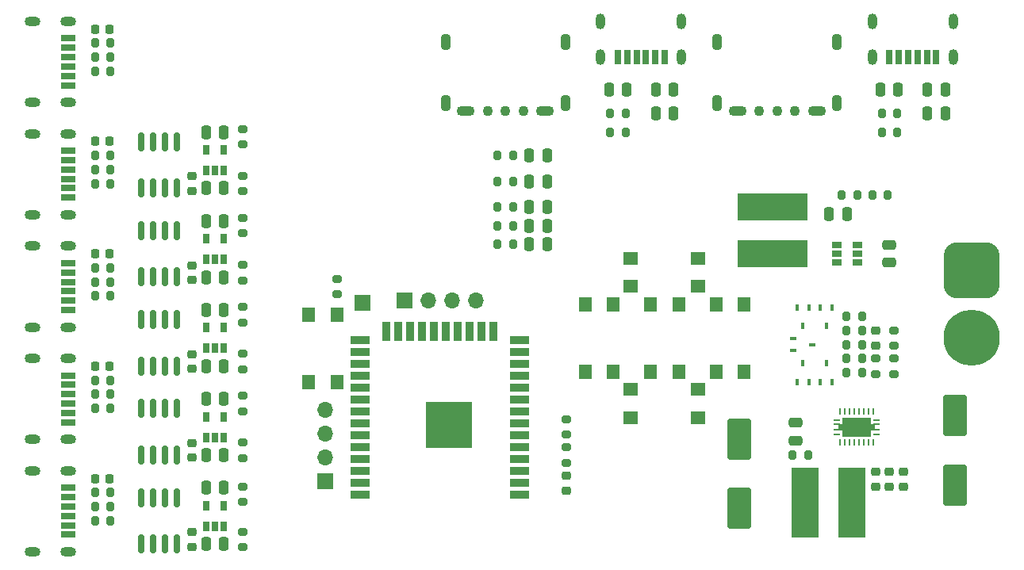
<source format=gbr>
%TF.GenerationSoftware,KiCad,Pcbnew,(5.99.0-10506-gb986797469)*%
%TF.CreationDate,2021-11-30T23:31:34+01:00*%
%TF.ProjectId,Power_Over_Regular_Normal_HUB,506f7765-725f-44f7-9665-725f52656775,rev?*%
%TF.SameCoordinates,Original*%
%TF.FileFunction,Soldermask,Top*%
%TF.FilePolarity,Negative*%
%FSLAX46Y46*%
G04 Gerber Fmt 4.6, Leading zero omitted, Abs format (unit mm)*
G04 Created by KiCad (PCBNEW (5.99.0-10506-gb986797469)) date 2021-11-30 23:31:34*
%MOMM*%
%LPD*%
G01*
G04 APERTURE LIST*
G04 Aperture macros list*
%AMRoundRect*
0 Rectangle with rounded corners*
0 $1 Rounding radius*
0 $2 $3 $4 $5 $6 $7 $8 $9 X,Y pos of 4 corners*
0 Add a 4 corners polygon primitive as box body*
4,1,4,$2,$3,$4,$5,$6,$7,$8,$9,$2,$3,0*
0 Add four circle primitives for the rounded corners*
1,1,$1+$1,$2,$3*
1,1,$1+$1,$4,$5*
1,1,$1+$1,$6,$7*
1,1,$1+$1,$8,$9*
0 Add four rect primitives between the rounded corners*
20,1,$1+$1,$2,$3,$4,$5,0*
20,1,$1+$1,$4,$5,$6,$7,0*
20,1,$1+$1,$6,$7,$8,$9,0*
20,1,$1+$1,$8,$9,$2,$3,0*%
%AMFreePoly0*
4,1,13,0.375000,1.525000,1.025000,1.525000,1.025000,-1.525000,0.375000,-1.525000,0.375000,-1.925000,-0.375000,-1.925000,-0.375000,-1.525000,-1.025000,-1.525000,-1.025000,1.525000,-0.375000,1.525000,-0.375000,1.925000,0.375000,1.925000,0.375000,1.525000,0.375000,1.525000,$1*%
G04 Aperture macros list end*
%ADD10RoundRect,0.200000X-0.275000X0.200000X-0.275000X-0.200000X0.275000X-0.200000X0.275000X0.200000X0*%
%ADD11RoundRect,0.200000X-0.200000X-0.275000X0.200000X-0.275000X0.200000X0.275000X-0.200000X0.275000X0*%
%ADD12RoundRect,0.250000X-0.250000X-0.475000X0.250000X-0.475000X0.250000X0.475000X-0.250000X0.475000X0*%
%ADD13R,0.650000X1.060000*%
%ADD14RoundRect,0.225000X-0.225000X-0.250000X0.225000X-0.250000X0.225000X0.250000X-0.225000X0.250000X0*%
%ADD15R,0.700000X1.600000*%
%ADD16R,0.800000X1.600000*%
%ADD17O,1.000000X1.700000*%
%ADD18R,1.400000X1.600000*%
%ADD19RoundRect,0.225000X-0.250000X0.225000X-0.250000X-0.225000X0.250000X-0.225000X0.250000X0.225000X0*%
%ADD20RoundRect,0.200000X0.200000X0.275000X-0.200000X0.275000X-0.200000X-0.275000X0.200000X-0.275000X0*%
%ADD21R,3.000000X7.500000*%
%ADD22R,1.060000X0.650000*%
%ADD23R,1.600000X1.400000*%
%ADD24RoundRect,0.250000X0.475000X-0.250000X0.475000X0.250000X-0.475000X0.250000X-0.475000X-0.250000X0*%
%ADD25RoundRect,0.250000X1.000000X-1.950000X1.000000X1.950000X-1.000000X1.950000X-1.000000X-1.950000X0*%
%ADD26RoundRect,0.250000X0.250000X0.475000X-0.250000X0.475000X-0.250000X-0.475000X0.250000X-0.475000X0*%
%ADD27RoundRect,0.150000X-0.150000X0.825000X-0.150000X-0.825000X0.150000X-0.825000X0.150000X0.825000X0*%
%ADD28R,0.700000X0.450000*%
%ADD29O,1.900000X1.100000*%
%ADD30C,1.100000*%
%ADD31O,1.100000X1.800000*%
%ADD32RoundRect,0.200000X0.275000X-0.200000X0.275000X0.200000X-0.275000X0.200000X-0.275000X-0.200000X0*%
%ADD33R,1.700000X1.700000*%
%ADD34R,0.450000X0.700000*%
%ADD35O,1.700000X1.700000*%
%ADD36RoundRect,0.225000X0.250000X-0.225000X0.250000X0.225000X-0.250000X0.225000X-0.250000X-0.225000X0*%
%ADD37R,1.600000X0.700000*%
%ADD38R,1.600000X0.800000*%
%ADD39O,1.700000X1.000000*%
%ADD40R,7.500000X3.000000*%
%ADD41RoundRect,0.050400X0.249600X-0.069600X0.249600X0.069600X-0.249600X0.069600X-0.249600X-0.069600X0*%
%ADD42RoundRect,0.050400X0.069600X-0.249600X0.069600X0.249600X-0.069600X0.249600X-0.069600X-0.249600X0*%
%ADD43RoundRect,0.050000X0.250000X-0.050000X0.250000X0.050000X-0.250000X0.050000X-0.250000X-0.050000X0*%
%ADD44FreePoly0,90.000000*%
%ADD45RoundRect,0.250000X-0.475000X0.250000X-0.475000X-0.250000X0.475000X-0.250000X0.475000X0.250000X0*%
%ADD46R,2.000000X0.900000*%
%ADD47R,0.900000X2.000000*%
%ADD48R,5.000000X5.000000*%
%ADD49RoundRect,0.250000X-1.000000X1.950000X-1.000000X-1.950000X1.000000X-1.950000X1.000000X1.950000X0*%
%ADD50RoundRect,1.500000X-1.500000X1.500000X-1.500000X-1.500000X1.500000X-1.500000X1.500000X1.500000X0*%
%ADD51C,6.000000*%
G04 APERTURE END LIST*
D10*
%TO.C,R25*%
X87000000Y-99675000D03*
X87000000Y-101325000D03*
%TD*%
D11*
%TO.C,R12*%
X114175000Y-79500000D03*
X115825000Y-79500000D03*
%TD*%
D12*
%TO.C,C7*%
X83050000Y-77500000D03*
X84950000Y-77500000D03*
%TD*%
D13*
%TO.C,U6*%
X83050000Y-94600000D03*
X84000000Y-94600000D03*
X84950000Y-94600000D03*
X84950000Y-92400000D03*
X83050000Y-92400000D03*
%TD*%
%TO.C,U9*%
X83050000Y-104100000D03*
X84000000Y-104100000D03*
X84950000Y-104100000D03*
X84950000Y-101900000D03*
X83050000Y-101900000D03*
%TD*%
D14*
%TO.C,D4*%
X71225000Y-96500000D03*
X72775000Y-96500000D03*
%TD*%
D15*
%TO.C,P4*%
X159000000Y-63500000D03*
D16*
X157000000Y-63500000D03*
X156000000Y-63500000D03*
D15*
X158000000Y-63500000D03*
D16*
X160000000Y-63500000D03*
X161000000Y-63500000D03*
D17*
X154180000Y-59700000D03*
X162820000Y-59700000D03*
X162820000Y-63500000D03*
X154180000Y-63500000D03*
%TD*%
D18*
%TO.C,SW1*%
X97000000Y-98200000D03*
X97000000Y-91000000D03*
X94000000Y-98200000D03*
X94000000Y-91000000D03*
%TD*%
D19*
%TO.C,C27*%
X157500000Y-107795000D03*
X157500000Y-109345000D03*
%TD*%
D11*
%TO.C,R45*%
X151425000Y-91205000D03*
X153075000Y-91205000D03*
%TD*%
D10*
%TO.C,R16*%
X121500000Y-105175000D03*
X121500000Y-106825000D03*
%TD*%
D20*
%TO.C,R47*%
X127825000Y-71500000D03*
X126175000Y-71500000D03*
%TD*%
D21*
%TO.C,L2*%
X147000000Y-111070000D03*
X152000000Y-111070000D03*
%TD*%
D10*
%TO.C,R22*%
X87000000Y-71175000D03*
X87000000Y-72825000D03*
%TD*%
D22*
%TO.C,U7*%
X150400000Y-83550000D03*
X150400000Y-84500000D03*
X150400000Y-85450000D03*
X152600000Y-85450000D03*
X152600000Y-84500000D03*
X152600000Y-83550000D03*
%TD*%
D19*
%TO.C,C29*%
X81500000Y-76225000D03*
X81500000Y-77775000D03*
%TD*%
%TO.C,C31*%
X81500000Y-95225000D03*
X81500000Y-96775000D03*
%TD*%
D23*
%TO.C,SW5*%
X135600000Y-85000000D03*
X128400000Y-85000000D03*
X135600000Y-88000000D03*
X128400000Y-88000000D03*
%TD*%
D19*
%TO.C,C33*%
X81500000Y-114225000D03*
X81500000Y-115775000D03*
%TD*%
D10*
%TO.C,R28*%
X87000000Y-104675000D03*
X87000000Y-106325000D03*
%TD*%
D24*
%TO.C,C12*%
X156000000Y-85450000D03*
X156000000Y-83550000D03*
%TD*%
D11*
%TO.C,R44*%
X151425000Y-92705000D03*
X153075000Y-92705000D03*
%TD*%
D12*
%TO.C,C4*%
X83050000Y-71500000D03*
X84950000Y-71500000D03*
%TD*%
D25*
%TO.C,C16*%
X140000000Y-111700000D03*
X140000000Y-104300000D03*
%TD*%
D14*
%TO.C,D1*%
X71225000Y-60500000D03*
X72775000Y-60500000D03*
%TD*%
D10*
%TO.C,R23*%
X87000000Y-80675000D03*
X87000000Y-82325000D03*
%TD*%
D12*
%TO.C,C9*%
X83050000Y-96500000D03*
X84950000Y-96500000D03*
%TD*%
D26*
%TO.C,C13*%
X156900000Y-67000000D03*
X155000000Y-67000000D03*
%TD*%
D27*
%TO.C,U3*%
X79905000Y-91525000D03*
X78635000Y-91525000D03*
X77365000Y-91525000D03*
X76095000Y-91525000D03*
X76095000Y-96475000D03*
X77365000Y-96475000D03*
X78635000Y-96475000D03*
X79905000Y-96475000D03*
%TD*%
D20*
%TO.C,R48*%
X127825000Y-69500000D03*
X126175000Y-69500000D03*
%TD*%
D15*
%TO.C,P7*%
X130000000Y-63500000D03*
D16*
X128000000Y-63500000D03*
X127000000Y-63500000D03*
D15*
X129000000Y-63500000D03*
D16*
X131000000Y-63500000D03*
X132000000Y-63500000D03*
D17*
X125180000Y-59700000D03*
X125180000Y-63500000D03*
X133820000Y-63500000D03*
X133820000Y-59700000D03*
%TD*%
D11*
%TO.C,R38*%
X71175000Y-101000000D03*
X72825000Y-101000000D03*
%TD*%
D19*
%TO.C,C17*%
X156000000Y-107795000D03*
X156000000Y-109345000D03*
%TD*%
D11*
%TO.C,R36*%
X71175000Y-99500000D03*
X72825000Y-99500000D03*
%TD*%
%TO.C,R19*%
X150925000Y-78250000D03*
X152575000Y-78250000D03*
%TD*%
D12*
%TO.C,C5*%
X83050000Y-81000000D03*
X84950000Y-81000000D03*
%TD*%
D28*
%TO.C,Q3*%
X145750000Y-93555000D03*
X145750000Y-94855000D03*
X147750000Y-94205000D03*
%TD*%
D29*
%TO.C,J4*%
X148250000Y-69290000D03*
D30*
X145920000Y-69290000D03*
X142080000Y-69290000D03*
D29*
X139750000Y-69290000D03*
D30*
X144000000Y-69290000D03*
D31*
X150400000Y-68410000D03*
X137600000Y-61860000D03*
X150400000Y-61860000D03*
X137600000Y-68410000D03*
%TD*%
D27*
%TO.C,U2*%
X79905000Y-82025000D03*
X78635000Y-82025000D03*
X77365000Y-82025000D03*
X76095000Y-82025000D03*
X76095000Y-86975000D03*
X77365000Y-86975000D03*
X78635000Y-86975000D03*
X79905000Y-86975000D03*
%TD*%
D11*
%TO.C,R11*%
X114175000Y-76750000D03*
X115825000Y-76750000D03*
%TD*%
%TO.C,R10*%
X114175000Y-74000000D03*
X115825000Y-74000000D03*
%TD*%
D19*
%TO.C,C32*%
X81500000Y-104725000D03*
X81500000Y-106275000D03*
%TD*%
D13*
%TO.C,U10*%
X83050000Y-113600000D03*
X84000000Y-113600000D03*
X84950000Y-113600000D03*
X84950000Y-111400000D03*
X83050000Y-111400000D03*
%TD*%
D11*
%TO.C,R4*%
X71175000Y-63500000D03*
X72825000Y-63500000D03*
%TD*%
D32*
%TO.C,R40*%
X156500000Y-97325000D03*
X156500000Y-95675000D03*
%TD*%
D33*
%TO.C,J5*%
X99750000Y-89750000D03*
%TD*%
D12*
%TO.C,C3*%
X117550000Y-79500000D03*
X119450000Y-79500000D03*
%TD*%
D18*
%TO.C,SW6*%
X130500000Y-89900000D03*
X130500000Y-97100000D03*
X133500000Y-89900000D03*
X133500000Y-97100000D03*
%TD*%
D34*
%TO.C,Q1*%
X148600000Y-98205000D03*
X149900000Y-98205000D03*
X149250000Y-96205000D03*
%TD*%
D11*
%TO.C,R35*%
X71175000Y-110000000D03*
X72825000Y-110000000D03*
%TD*%
D12*
%TO.C,C8*%
X83050000Y-87000000D03*
X84950000Y-87000000D03*
%TD*%
%TO.C,C23*%
X83050000Y-109500000D03*
X84950000Y-109500000D03*
%TD*%
D14*
%TO.C,D2*%
X71225000Y-72500000D03*
X72775000Y-72500000D03*
%TD*%
D20*
%TO.C,R17*%
X156825000Y-71500000D03*
X155175000Y-71500000D03*
%TD*%
D10*
%TO.C,R14*%
X87000000Y-85675000D03*
X87000000Y-87325000D03*
%TD*%
D33*
%TO.C,J6*%
X95750000Y-108750000D03*
D35*
X95750000Y-106210000D03*
X95750000Y-103670000D03*
X95750000Y-101130000D03*
%TD*%
D12*
%TO.C,C11*%
X160050000Y-67000000D03*
X161950000Y-67000000D03*
%TD*%
D36*
%TO.C,C10*%
X121500000Y-109775000D03*
X121500000Y-108225000D03*
%TD*%
D37*
%TO.C,P2*%
X68305000Y-75500000D03*
D38*
X68305000Y-77500000D03*
X68305000Y-78500000D03*
D37*
X68305000Y-76500000D03*
D38*
X68305000Y-74500000D03*
X68305000Y-73500000D03*
D39*
X68305000Y-80320000D03*
X64505000Y-80320000D03*
X68305000Y-71680000D03*
X64505000Y-71680000D03*
%TD*%
D10*
%TO.C,R21*%
X97000000Y-87175000D03*
X97000000Y-88825000D03*
%TD*%
D11*
%TO.C,R2*%
X71175000Y-77000000D03*
X72825000Y-77000000D03*
%TD*%
D18*
%TO.C,SW2*%
X137500000Y-89900000D03*
X137500000Y-97100000D03*
X140500000Y-89900000D03*
X140500000Y-97100000D03*
%TD*%
D11*
%TO.C,R39*%
X71175000Y-113000000D03*
X72825000Y-113000000D03*
%TD*%
D32*
%TO.C,R30*%
X154500000Y-97325000D03*
X154500000Y-95675000D03*
%TD*%
D40*
%TO.C,L1*%
X143500000Y-84500000D03*
X143500000Y-79500000D03*
%TD*%
D10*
%TO.C,R29*%
X87000000Y-114175000D03*
X87000000Y-115825000D03*
%TD*%
D12*
%TO.C,C1*%
X117550000Y-74000000D03*
X119450000Y-74000000D03*
%TD*%
D11*
%TO.C,R5*%
X71175000Y-75500000D03*
X72825000Y-75500000D03*
%TD*%
D13*
%TO.C,U4*%
X83050000Y-75600000D03*
X84000000Y-75600000D03*
X84950000Y-75600000D03*
X84950000Y-73400000D03*
X83050000Y-73400000D03*
%TD*%
D11*
%TO.C,R6*%
X71175000Y-87500000D03*
X72825000Y-87500000D03*
%TD*%
%TO.C,R37*%
X71175000Y-111500000D03*
X72825000Y-111500000D03*
%TD*%
D33*
%TO.C,J7*%
X104200000Y-89500000D03*
D35*
X106740000Y-89500000D03*
X109280000Y-89500000D03*
X111820000Y-89500000D03*
%TD*%
D10*
%TO.C,R13*%
X87000000Y-76175000D03*
X87000000Y-77825000D03*
%TD*%
D32*
%TO.C,R46*%
X121500000Y-103825000D03*
X121500000Y-102175000D03*
%TD*%
D41*
%TO.C,U11*%
X150350000Y-103750000D03*
D42*
X150750000Y-104650000D03*
X151250000Y-104650000D03*
X151750000Y-104650000D03*
X152250000Y-104650000D03*
X152750000Y-104650000D03*
X153250000Y-104650000D03*
X153750000Y-104650000D03*
X154250000Y-104650000D03*
D41*
X154650000Y-103750000D03*
X154650000Y-102250000D03*
D42*
X154250000Y-101350000D03*
X153750000Y-101350000D03*
X153250000Y-101350000D03*
X152750000Y-101350000D03*
X152250000Y-101350000D03*
X151750000Y-101350000D03*
X151250000Y-101350000D03*
X150750000Y-101350000D03*
D41*
X150350000Y-102250000D03*
D43*
X154650000Y-102725000D03*
D44*
X152500000Y-103000000D03*
D43*
X154650000Y-103275000D03*
X150350000Y-102725000D03*
X150350000Y-103275000D03*
%TD*%
D37*
%TO.C,P6*%
X68305000Y-111500000D03*
D38*
X68305000Y-113500000D03*
X68305000Y-114500000D03*
D37*
X68305000Y-112500000D03*
D38*
X68305000Y-110500000D03*
X68305000Y-109500000D03*
D39*
X64505000Y-107680000D03*
X68305000Y-116320000D03*
X68305000Y-107680000D03*
X64505000Y-116320000D03*
%TD*%
D12*
%TO.C,C19*%
X83050000Y-106000000D03*
X84950000Y-106000000D03*
%TD*%
D10*
%TO.C,R15*%
X87000000Y-95175000D03*
X87000000Y-96825000D03*
%TD*%
D14*
%TO.C,D3*%
X71225000Y-84500000D03*
X72775000Y-84500000D03*
%TD*%
D27*
%TO.C,U1*%
X79905000Y-72525000D03*
X78635000Y-72525000D03*
X77365000Y-72525000D03*
X76095000Y-72525000D03*
X76095000Y-77475000D03*
X77365000Y-77475000D03*
X78635000Y-77475000D03*
X79905000Y-77475000D03*
%TD*%
D11*
%TO.C,R33*%
X114175000Y-83500000D03*
X115825000Y-83500000D03*
%TD*%
%TO.C,R3*%
X71175000Y-89000000D03*
X72825000Y-89000000D03*
%TD*%
D45*
%TO.C,C18*%
X146000000Y-102550000D03*
X146000000Y-104450000D03*
%TD*%
D14*
%TO.C,D5*%
X71225000Y-108500000D03*
X72775000Y-108500000D03*
%TD*%
D12*
%TO.C,C2*%
X117550000Y-76750000D03*
X119450000Y-76750000D03*
%TD*%
%TO.C,C6*%
X83050000Y-90500000D03*
X84950000Y-90500000D03*
%TD*%
D10*
%TO.C,R41*%
X156500000Y-92675000D03*
X156500000Y-94325000D03*
%TD*%
D27*
%TO.C,U12*%
X79905000Y-101025000D03*
X78635000Y-101025000D03*
X77365000Y-101025000D03*
X76095000Y-101025000D03*
X76095000Y-105975000D03*
X77365000Y-105975000D03*
X78635000Y-105975000D03*
X79905000Y-105975000D03*
%TD*%
D10*
%TO.C,R26*%
X87000000Y-109350000D03*
X87000000Y-111000000D03*
%TD*%
D26*
%TO.C,C35*%
X127950000Y-67000000D03*
X126050000Y-67000000D03*
%TD*%
D10*
%TO.C,R24*%
X87000000Y-90175000D03*
X87000000Y-91825000D03*
%TD*%
D12*
%TO.C,C14*%
X160050000Y-69500000D03*
X161950000Y-69500000D03*
%TD*%
D18*
%TO.C,SW3*%
X123500000Y-97100000D03*
X123500000Y-89900000D03*
X126500000Y-97100000D03*
X126500000Y-89900000D03*
%TD*%
D34*
%TO.C,Q4*%
X147400000Y-90205000D03*
X146100000Y-90205000D03*
X146750000Y-92205000D03*
%TD*%
D12*
%TO.C,C34*%
X131050000Y-67000000D03*
X132950000Y-67000000D03*
%TD*%
%TO.C,C20*%
X83050000Y-115500000D03*
X84950000Y-115500000D03*
%TD*%
D11*
%TO.C,R31*%
X151425000Y-97205000D03*
X153075000Y-97205000D03*
%TD*%
D19*
%TO.C,C30*%
X81500000Y-85725000D03*
X81500000Y-87275000D03*
%TD*%
D11*
%TO.C,R32*%
X114175000Y-81500000D03*
X115825000Y-81500000D03*
%TD*%
D34*
%TO.C,Q2*%
X146100000Y-98205000D03*
X147400000Y-98205000D03*
X146750000Y-96205000D03*
%TD*%
D46*
%TO.C,U8*%
X116500000Y-110255000D03*
X116500000Y-108985000D03*
X116500000Y-107715000D03*
X116500000Y-106445000D03*
X116500000Y-105175000D03*
X116500000Y-103905000D03*
X116500000Y-102635000D03*
X116500000Y-101365000D03*
X116500000Y-100095000D03*
X116500000Y-98825000D03*
X116500000Y-97555000D03*
X116500000Y-96285000D03*
X116500000Y-95015000D03*
X116500000Y-93745000D03*
D47*
X113715000Y-92745000D03*
X112445000Y-92745000D03*
X111175000Y-92745000D03*
X109905000Y-92745000D03*
X108635000Y-92745000D03*
X107365000Y-92745000D03*
X106095000Y-92745000D03*
X104825000Y-92745000D03*
X103555000Y-92745000D03*
X102285000Y-92745000D03*
D46*
X99500000Y-93745000D03*
X99500000Y-95015000D03*
X99500000Y-96285000D03*
X99500000Y-97555000D03*
X99500000Y-98825000D03*
X99500000Y-100095000D03*
X99500000Y-101365000D03*
X99500000Y-102635000D03*
X99500000Y-103905000D03*
X99500000Y-105175000D03*
X99500000Y-106445000D03*
X99500000Y-107715000D03*
X99500000Y-108985000D03*
X99500000Y-110255000D03*
D48*
X109000000Y-102755000D03*
%TD*%
D49*
%TO.C,C28*%
X163000000Y-101800000D03*
X163000000Y-109200000D03*
%TD*%
D11*
%TO.C,R34*%
X71175000Y-98000000D03*
X72825000Y-98000000D03*
%TD*%
D13*
%TO.C,U5*%
X83050000Y-85100000D03*
X84000000Y-85100000D03*
X84950000Y-85100000D03*
X84950000Y-82900000D03*
X83050000Y-82900000D03*
%TD*%
D11*
%TO.C,R8*%
X71175000Y-74000000D03*
X72825000Y-74000000D03*
%TD*%
%TO.C,R1*%
X71175000Y-65000000D03*
X72825000Y-65000000D03*
%TD*%
D37*
%TO.C,P5*%
X68305000Y-99500000D03*
D38*
X68305000Y-101500000D03*
X68305000Y-102500000D03*
D37*
X68305000Y-100500000D03*
D38*
X68305000Y-98500000D03*
X68305000Y-97500000D03*
D39*
X64505000Y-104320000D03*
X68305000Y-95680000D03*
X64505000Y-95680000D03*
X68305000Y-104320000D03*
%TD*%
D12*
%TO.C,C15*%
X149550000Y-80250000D03*
X151450000Y-80250000D03*
%TD*%
%TO.C,C36*%
X131050000Y-69500000D03*
X132950000Y-69500000D03*
%TD*%
D36*
%TO.C,C26*%
X154500000Y-94275000D03*
X154500000Y-92725000D03*
%TD*%
D27*
%TO.C,U13*%
X79905000Y-110525000D03*
X78635000Y-110525000D03*
X77365000Y-110525000D03*
X76095000Y-110525000D03*
X76095000Y-115475000D03*
X77365000Y-115475000D03*
X78635000Y-115475000D03*
X79905000Y-115475000D03*
%TD*%
D20*
%TO.C,R18*%
X156825000Y-69500000D03*
X155175000Y-69500000D03*
%TD*%
D36*
%TO.C,C21*%
X154500000Y-109345000D03*
X154500000Y-107795000D03*
%TD*%
D11*
%TO.C,R20*%
X154175000Y-78250000D03*
X155825000Y-78250000D03*
%TD*%
%TO.C,R9*%
X71175000Y-86000000D03*
X72825000Y-86000000D03*
%TD*%
%TO.C,R42*%
X151425000Y-95705000D03*
X153075000Y-95705000D03*
%TD*%
D37*
%TO.C,P3*%
X68305000Y-87500000D03*
D38*
X68305000Y-89500000D03*
X68305000Y-90500000D03*
D37*
X68305000Y-88500000D03*
D38*
X68305000Y-86500000D03*
X68305000Y-85500000D03*
D39*
X64505000Y-92320000D03*
X68305000Y-83680000D03*
X68305000Y-92320000D03*
X64505000Y-83680000D03*
%TD*%
D11*
%TO.C,R43*%
X151425000Y-94205000D03*
X153075000Y-94205000D03*
%TD*%
D29*
%TO.C,J1*%
X119250000Y-69290000D03*
D30*
X116920000Y-69290000D03*
X113080000Y-69290000D03*
D29*
X110750000Y-69290000D03*
D31*
X121400000Y-61860000D03*
X108600000Y-68410000D03*
X108600000Y-61860000D03*
X121400000Y-68410000D03*
D30*
X115000000Y-69290000D03*
%TD*%
D34*
%TO.C,Q5*%
X149900000Y-90205000D03*
X148600000Y-90205000D03*
X149250000Y-92205000D03*
%TD*%
D37*
%TO.C,P1*%
X68305000Y-63500000D03*
D38*
X68305000Y-65500000D03*
X68305000Y-66500000D03*
D37*
X68305000Y-64500000D03*
D38*
X68305000Y-62500000D03*
X68305000Y-61500000D03*
D39*
X64505000Y-68320000D03*
X64505000Y-59680000D03*
X68305000Y-59680000D03*
X68305000Y-68320000D03*
%TD*%
D11*
%TO.C,R7*%
X71175000Y-62000000D03*
X72825000Y-62000000D03*
%TD*%
D23*
%TO.C,SW4*%
X128400000Y-102000000D03*
X135600000Y-102000000D03*
X128400000Y-99000000D03*
X135600000Y-99000000D03*
%TD*%
D12*
%TO.C,C25*%
X117550000Y-83500000D03*
X119450000Y-83500000D03*
%TD*%
%TO.C,C24*%
X117550000Y-81500000D03*
X119450000Y-81500000D03*
%TD*%
D11*
%TO.C,R27*%
X145675000Y-106000000D03*
X147325000Y-106000000D03*
%TD*%
D12*
%TO.C,C22*%
X83050000Y-100000000D03*
X84950000Y-100000000D03*
%TD*%
D50*
%TO.C,J2*%
X164750000Y-86250000D03*
D51*
X164750000Y-93450000D03*
%TD*%
M02*

</source>
